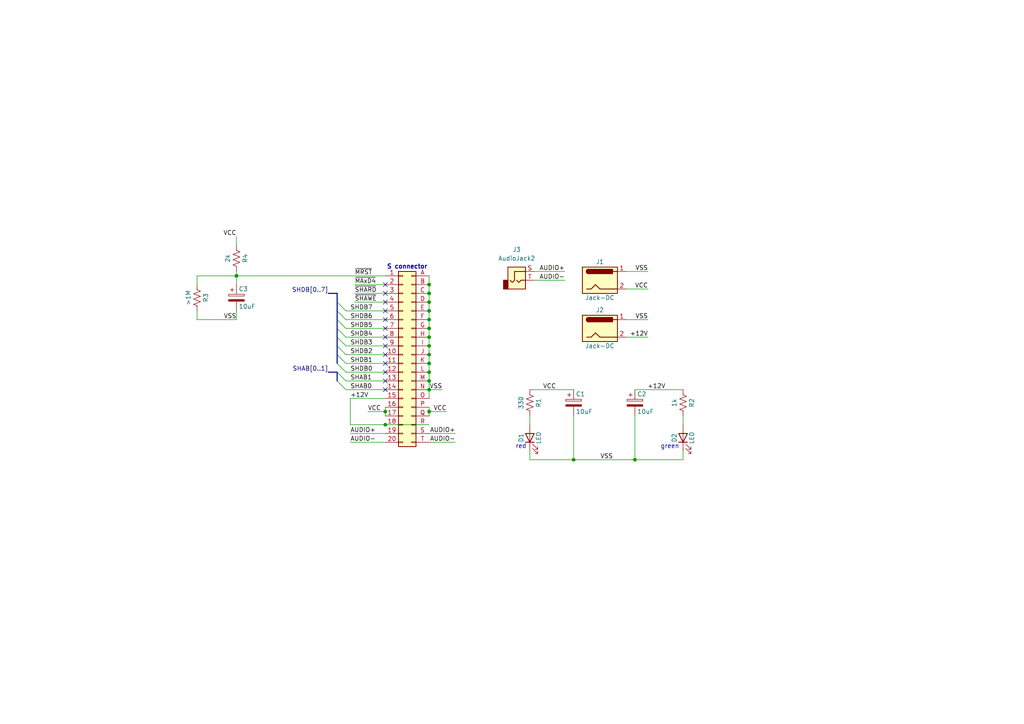
<source format=kicad_sch>
(kicad_sch (version 20231120) (generator "eeschema") (generator_version "8.0")
  (paper "A4")
  (title_block (title "Sound board power") (rev "1") (company "JOTEGO"))
  (lib_symbols
    (symbol "Connector:Jack-DC" (pin_names (offset 1.016))
      (property "Reference" "J" (at 0 5.334 0))
      (property "Value" "Jack-DC" (at 0 -5.08 0))
      (symbol "Jack-DC_0_1"
        (rectangle (start -5.08 3.81) (end 5.08 -3.81) (stroke (width 0.254)) (fill (type background)))
        (arc (start -3.302 3.175) (mid -3.9343 2.54) (end -3.302 1.905) (stroke (width 0.254)))
        (arc (start -3.302 3.175) (mid -3.9343 2.54) (end -3.302 1.905) (stroke (width 0.254)) (fill (type outline)))
        (polyline (pts (xy 5.08 2.54) (xy 3.81 2.54)) (stroke (width 0.254)))
        (polyline (pts (xy -3.81 -2.54) (xy -2.54 -2.54) (xy -1.27 -1.27) (xy 0 -2.54) (xy 2.54 -2.54) (xy 5.08 -2.54)) (stroke (width 0.254)))
        (rectangle (start 3.683 3.175) (end -3.302 1.905) (stroke (width 0.254)) (fill (type outline)))
      )
      (symbol "Jack-DC_1_1"
        (pin passive line (at 7.62 2.54 180) (length 2.54) (name "~") (number "1"))
        (pin passive line (at 7.62 -2.54 180) (length 2.54) (name "~") (number "2"))
      )
    )
    (symbol "Connector_Audio:AudioJack2"
      (property "Reference" "J" (at 0 8.89 0))
      (property "Value" "AudioJack2" (at 0 6.35 0))
      (symbol "AudioJack2_0_1"
        (rectangle (start -3.81 0) (end -2.54 -2.54) (stroke (width 0.254)) (fill (type outline)))
        (rectangle (start -2.54 3.81) (end 2.54 -2.54) (stroke (width 0.254)) (fill (type background)))
        (polyline (pts (xy 0 0) (xy 0.635 -0.635) (xy 1.27 0) (xy 2.54 0)) (stroke (width 0.254)))
        (polyline (pts (xy 2.54 2.54) (xy -0.635 2.54) (xy -0.635 0) (xy -1.27 -0.635) (xy -1.905 0)) (stroke (width 0.254)))
      )
      (symbol "AudioJack2_1_1"
        (pin passive line (at 5.08 2.54 180) (length 2.54) (name "~") (number "S"))
        (pin passive line (at 5.08 0 180) (length 2.54) (name "~") (number "T"))
      )
    )
    (symbol "Device:C_Polarized" (pin_numbers hide) (pin_names (offset 0.254))
      (property "Reference" "C" (at 0.635 2.54 0))
      (property "Value" "C_Polarized" (at 0.635 -2.54 0))
      (symbol "C_Polarized_0_1"
        (rectangle (start -2.286 0.508) (end 2.286 1.016))
        (polyline (pts (xy -1.778 2.286) (xy -0.762 2.286)))
        (polyline (pts (xy -1.27 2.794) (xy -1.27 1.778)))
        (rectangle (start 2.286 -0.508) (end -2.286 -1.016) (fill (type outline)))
      )
      (symbol "C_Polarized_1_1"
        (pin passive line (at 0 3.81 270) (length 2.794) (name "~") (number "1"))
        (pin passive line (at 0 -3.81 90) (length 2.794) (name "~") (number "2"))
      )
    )
    (symbol "Device:LED" (pin_numbers hide) (pin_names (offset 1.016) hide)
      (property "Reference" "D" (at 0 2.54 0))
      (property "Value" "LED" (at 0 -2.54 0))
      (symbol "LED_0_1"
        (polyline (pts (xy -1.27 -1.27) (xy -1.27 1.27)) (stroke (width 0.254)))
        (polyline (pts (xy -1.27 0) (xy 1.27 0)))
        (polyline (pts (xy 1.27 -1.27) (xy 1.27 1.27) (xy -1.27 0) (xy 1.27 -1.27)) (stroke (width 0.254)))
        (polyline (pts (xy -3.048 -0.762) (xy -4.572 -2.286) (xy -3.81 -2.286) (xy -4.572 -2.286) (xy -4.572 -1.524)))
        (polyline (pts (xy -1.778 -0.762) (xy -3.302 -2.286) (xy -2.54 -2.286) (xy -3.302 -2.286) (xy -3.302 -1.524)))
      )
      (symbol "LED_1_1"
        (pin passive line (at -3.81 0 0) (length 2.54) (name "K") (number "1"))
        (pin passive line (at 3.81 0 180) (length 2.54) (name "A") (number "2"))
      )
    )
    (symbol "Device:R_US" (pin_numbers hide) (pin_names (offset 0))
      (property "Reference" "R" (at 2.54 0 90))
      (property "Value" "R_US" (at -2.54 0 90))
      (symbol "R_US_0_1"
        (polyline (pts (xy 0 -2.286) (xy 0 -2.54)))
        (polyline (pts (xy 0 2.286) (xy 0 2.54)))
        (polyline (pts (xy 0 -0.762) (xy 1.016 -1.143) (xy 0 -1.524) (xy -1.016 -1.905) (xy 0 -2.286)))
        (polyline (pts (xy 0 0.762) (xy 1.016 0.381) (xy 0 0) (xy -1.016 -0.381) (xy 0 -0.762)))
        (polyline (pts (xy 0 2.286) (xy 1.016 1.905) (xy 0 1.524) (xy -1.016 1.143) (xy 0 0.762)))
      )
      (symbol "R_US_1_1"
        (pin passive line (at 0 3.81 270) (length 1.27) (name "~") (number "1"))
        (pin passive line (at 0 -3.81 90) (length 1.27) (name "~") (number "2"))
      )
    )
    (symbol "arcade:Conn_02x20_Letter_Number" (pin_names (offset 1.016) hide)
      (property "Reference" "J" (at 2.54 26.67 0))
      (property "Value" "Conn_02x20_Letter_Number" (at 0 -26.67 0))
      (symbol "Conn_02x20_Letter_Number_1_1"
        (rectangle (start -2.54 -24.003) (end -1.27 -24.257) (stroke (width 0.1524)))
        (rectangle (start -2.54 -21.463) (end -1.27 -21.717) (stroke (width 0.1524)))
        (rectangle (start -2.54 -18.923) (end -1.27 -19.177) (stroke (width 0.1524)))
        (rectangle (start -2.54 -16.383) (end -1.27 -16.637) (stroke (width 0.1524)))
        (rectangle (start -2.54 -13.843) (end -1.27 -14.097) (stroke (width 0.1524)))
        (rectangle (start -2.54 -11.303) (end -1.27 -11.557) (stroke (width 0.1524)))
        (rectangle (start -2.54 -8.763) (end -1.27 -9.017) (stroke (width 0.1524)))
        (rectangle (start -2.54 -6.223) (end -1.27 -6.477) (stroke (width 0.1524)))
        (rectangle (start -2.54 -3.683) (end -1.27 -3.937) (stroke (width 0.1524)))
        (rectangle (start -2.54 -1.143) (end -1.27 -1.397) (stroke (width 0.1524)))
        (rectangle (start -2.54 1.397) (end -1.27 1.143) (stroke (width 0.1524)))
        (rectangle (start -2.54 3.937) (end -1.27 3.683) (stroke (width 0.1524)))
        (rectangle (start -2.54 6.477) (end -1.27 6.223) (stroke (width 0.1524)))
        (rectangle (start -2.54 9.017) (end -1.27 8.763) (stroke (width 0.1524)))
        (rectangle (start -2.54 11.557) (end -1.27 11.303) (stroke (width 0.1524)))
        (rectangle (start -2.54 14.097) (end -1.27 13.843) (stroke (width 0.1524)))
        (rectangle (start -2.54 16.637) (end -1.27 16.383) (stroke (width 0.1524)))
        (rectangle (start -2.54 19.177) (end -1.27 18.923) (stroke (width 0.1524)))
        (rectangle (start -2.54 21.717) (end -1.27 21.463) (stroke (width 0.1524)))
        (rectangle (start -2.54 24.257) (end -1.27 24.003) (stroke (width 0.1524)))
        (rectangle (start -2.54 25.4) (end 2.54 -25.4) (stroke (width 0.254)) (fill (type background)))
        (rectangle (start 2.54 -24.003) (end 1.27 -24.257) (stroke (width 0.1524)))
        (rectangle (start 2.54 -21.463) (end 1.27 -21.717) (stroke (width 0.1524)))
        (rectangle (start 2.54 -18.923) (end 1.27 -19.177) (stroke (width 0.1524)))
        (rectangle (start 2.54 -16.383) (end 1.27 -16.637) (stroke (width 0.1524)))
        (rectangle (start 2.54 -13.843) (end 1.27 -14.097) (stroke (width 0.1524)))
        (rectangle (start 2.54 -11.303) (end 1.27 -11.557) (stroke (width 0.1524)))
        (rectangle (start 2.54 -8.763) (end 1.27 -9.017) (stroke (width 0.1524)))
        (rectangle (start 2.54 -6.223) (end 1.27 -6.477) (stroke (width 0.1524)))
        (rectangle (start 2.54 -3.683) (end 1.27 -3.937) (stroke (width 0.1524)))
        (rectangle (start 2.54 -1.143) (end 1.27 -1.397) (stroke (width 0.1524)))
        (rectangle (start 2.54 1.397) (end 1.27 1.143) (stroke (width 0.1524)))
        (rectangle (start 2.54 3.937) (end 1.27 3.683) (stroke (width 0.1524)))
        (rectangle (start 2.54 6.477) (end 1.27 6.223) (stroke (width 0.1524)))
        (rectangle (start 2.54 9.017) (end 1.27 8.763) (stroke (width 0.1524)))
        (rectangle (start 2.54 11.557) (end 1.27 11.303) (stroke (width 0.1524)))
        (rectangle (start 2.54 14.097) (end 1.27 13.843) (stroke (width 0.1524)))
        (rectangle (start 2.54 16.637) (end 1.27 16.383) (stroke (width 0.1524)))
        (rectangle (start 2.54 19.177) (end 1.27 18.923) (stroke (width 0.1524)))
        (rectangle (start 2.54 21.717) (end 1.27 21.463) (stroke (width 0.1524)))
        (rectangle (start 2.54 24.257) (end 1.27 24.003) (stroke (width 0.1524)))
        (pin passive line (at -6.35 24.13 0) (length 3.81) (name "Pin_1") (number "1"))
        (pin passive line (at -6.35 1.27 0) (length 3.81) (name "Pin_10") (number "10"))
        (pin passive line (at -6.35 -1.27 0) (length 3.81) (name "Pin_11") (number "11"))
        (pin passive line (at -6.35 -3.81 0) (length 3.81) (name "Pin_12") (number "12"))
        (pin passive line (at -6.35 -6.35 0) (length 3.81) (name "Pin_13") (number "13"))
        (pin passive line (at -6.35 -8.89 0) (length 3.81) (name "Pin_14") (number "14"))
        (pin passive line (at -6.35 -11.43 0) (length 3.81) (name "Pin_15") (number "15"))
        (pin passive line (at -6.35 -13.97 0) (length 3.81) (name "Pin_16") (number "16"))
        (pin passive line (at -6.35 -16.51 0) (length 3.81) (name "Pin_17") (number "17"))
        (pin passive line (at -6.35 -19.05 0) (length 3.81) (name "Pin_18") (number "18"))
        (pin passive line (at -6.35 -21.59 0) (length 3.81) (name "Pin_19") (number "19"))
        (pin passive line (at -6.35 21.59 0) (length 3.81) (name "Pin_2") (number "2"))
        (pin passive line (at -6.35 -24.13 0) (length 3.81) (name "Pin_20") (number "20"))
        (pin passive line (at -6.35 19.05 0) (length 3.81) (name "Pin_3") (number "3"))
        (pin passive line (at -6.35 16.51 0) (length 3.81) (name "Pin_4") (number "4"))
        (pin passive line (at -6.35 13.97 0) (length 3.81) (name "Pin_5") (number "5"))
        (pin passive line (at -6.35 11.43 0) (length 3.81) (name "Pin_6") (number "6"))
        (pin passive line (at -6.35 8.89 0) (length 3.81) (name "Pin_7") (number "7"))
        (pin passive line (at -6.35 6.35 0) (length 3.81) (name "Pin_8") (number "8"))
        (pin passive line (at -6.35 3.81 0) (length 3.81) (name "Pin_9") (number "9"))
        (pin passive line (at 6.35 24.13 180) (length 3.81) (name "Pin_50") (number "A"))
        (pin passive line (at 6.35 21.59 180) (length 3.81) (name "Pin_49") (number "B"))
        (pin passive line (at 6.35 19.05 180) (length 3.81) (name "Pin_48") (number "C"))
        (pin passive line (at 6.35 16.51 180) (length 3.81) (name "Pin_47") (number "D"))
        (pin passive line (at 6.35 13.97 180) (length 3.81) (name "Pin_46") (number "E"))
        (pin passive line (at 6.35 11.43 180) (length 3.81) (name "Pin_45") (number "F"))
        (pin passive line (at 6.35 8.89 180) (length 3.81) (name "Pin_44") (number "G"))
        (pin passive line (at 6.35 6.35 180) (length 3.81) (name "Pin_43") (number "H"))
        (pin passive line (at 6.35 3.81 180) (length 3.81) (name "Pin_42") (number "I"))
        (pin passive line (at 6.35 1.27 180) (length 3.81) (name "Pin_41") (number "J"))
        (pin passive line (at 6.35 -1.27 180) (length 3.81) (name "Pin_40") (number "K"))
        (pin passive line (at 6.35 -3.81 180) (length 3.81) (name "Pin_39") (number "L"))
        (pin passive line (at 6.35 -6.35 180) (length 3.81) (name "Pin_M") (number "M"))
        (pin passive line (at 6.35 -8.89 180) (length 3.81) (name "Pin_N") (number "N"))
        (pin passive line (at 6.35 -11.43 180) (length 3.81) (name "Pin_O") (number "O"))
        (pin passive line (at 6.35 -13.97 180) (length 3.81) (name "Pin_P") (number "P"))
        (pin passive line (at 6.35 -16.51 180) (length 3.81) (name "Pin_Q") (number "Q"))
        (pin passive line (at 6.35 -19.05 180) (length 3.81) (name "Pin_R") (number "R"))
        (pin passive line (at 6.35 -21.59 180) (length 3.81) (name "Pin_S") (number "S"))
        (pin passive line (at 6.35 -24.13 180) (length 3.81) (name "Pin_T") (number "T"))
      )
    )
  )
  (junction (at 124.46 113.03))
  (junction (at 68.58 80.01))
  (junction (at 124.46 100.33))
  (junction (at 124.46 119.38))
  (junction (at 124.46 107.95))
  (junction (at 124.46 90.17))
  (junction (at 124.46 92.71))
  (junction (at 124.46 82.55))
  (junction (at 124.46 110.49))
  (junction (at 111.76 119.38))
  (junction (at 184.15 133.35))
  (junction (at 124.46 87.63))
  (junction (at 166.37 133.35))
  (junction (at 111.76 123.19))
  (junction (at 124.46 85.09))
  (junction (at 124.46 95.25))
  (junction (at 124.46 97.79))
  (junction (at 124.46 102.87))
  (junction (at 124.46 105.41))
  (no_connect (at 111.76 90.17))
  (no_connect (at 111.76 82.55))
  (no_connect (at 111.76 87.63))
  (no_connect (at 111.76 110.49))
  (no_connect (at 111.76 102.87))
  (no_connect (at 111.76 97.79))
  (no_connect (at 111.76 92.71))
  (no_connect (at 111.76 107.95))
  (no_connect (at 111.76 85.09))
  (no_connect (at 111.76 100.33))
  (no_connect (at 111.76 113.03))
  (no_connect (at 111.76 95.25))
  (no_connect (at 111.76 105.41))
  (bus_entry (at 97.79 102.87) (size 2.54 2.54))
  (bus_entry (at 97.79 107.95) (size 2.54 2.54))
  (bus_entry (at 97.79 90.17) (size 2.54 2.54))
  (bus_entry (at 97.79 87.63) (size 2.54 2.54))
  (bus_entry (at 97.79 97.79) (size 2.54 2.54))
  (bus_entry (at 97.79 105.41) (size 2.54 2.54))
  (bus_entry (at 97.79 92.71) (size 2.54 2.54))
  (bus_entry (at 97.79 110.49) (size 2.54 2.54))
  (bus_entry (at 97.79 95.25) (size 2.54 2.54))
  (bus_entry (at 97.79 100.33) (size 2.54 2.54))
  (bus (pts (xy 95.25 107.95) (xy 97.79 107.95)))
  (wire (pts (xy 124.46 118.11) (xy 124.46 119.38)))
  (wire (pts (xy 102.87 82.55) (xy 111.76 82.55)))
  (bus (pts (xy 97.79 110.49) (xy 97.79 107.95)))
  (wire (pts (xy 124.46 90.17) (xy 124.46 92.71)))
  (wire (pts (xy 181.61 92.71) (xy 187.96 92.71)))
  (wire (pts (xy 100.33 95.25) (xy 111.76 95.25)))
  (wire (pts (xy 100.33 113.03) (xy 111.76 113.03)))
  (wire (pts (xy 124.46 85.09) (xy 124.46 87.63)))
  (wire (pts (xy 124.46 113.03) (xy 124.46 115.57)))
  (wire (pts (xy 198.12 120.65) (xy 198.12 123.19)))
  (wire (pts (xy 181.61 78.74) (xy 187.96 78.74)))
  (wire (pts (xy 100.33 92.71) (xy 111.76 92.71)))
  (wire (pts (xy 124.46 95.25) (xy 124.46 97.79)))
  (wire (pts (xy 124.46 119.38) (xy 129.54 119.38)))
  (wire (pts (xy 181.61 83.82) (xy 187.96 83.82)))
  (bus (pts (xy 97.79 100.33) (xy 97.79 97.79)))
  (wire (pts (xy 101.6 115.57) (xy 101.6 123.19)))
  (wire (pts (xy 153.67 133.35) (xy 166.37 133.35)))
  (wire (pts (xy 68.58 90.17) (xy 68.58 92.71)))
  (wire (pts (xy 57.15 90.17) (xy 57.15 92.71)))
  (wire (pts (xy 57.15 92.71) (xy 68.58 92.71)))
  (wire (pts (xy 124.46 87.63) (xy 124.46 90.17)))
  (bus (pts (xy 95.25 85.09) (xy 97.79 85.09)))
  (wire (pts (xy 166.37 133.35) (xy 184.15 133.35)))
  (bus (pts (xy 97.79 92.71) (xy 97.79 90.17)))
  (wire (pts (xy 102.87 85.09) (xy 111.76 85.09)))
  (wire (pts (xy 153.67 120.65) (xy 153.67 123.19)))
  (wire (pts (xy 154.94 78.74) (xy 163.83 78.74)))
  (wire (pts (xy 57.15 82.55) (xy 57.15 80.01)))
  (wire (pts (xy 68.58 68.58) (xy 68.58 71.12)))
  (wire (pts (xy 124.46 102.87) (xy 124.46 105.41)))
  (wire (pts (xy 124.46 82.55) (xy 124.46 85.09)))
  (wire (pts (xy 166.37 120.65) (xy 166.37 133.35)))
  (wire (pts (xy 181.61 97.79) (xy 187.96 97.79)))
  (wire (pts (xy 68.58 80.01) (xy 111.76 80.01)))
  (wire (pts (xy 101.6 125.73) (xy 111.76 125.73)))
  (wire (pts (xy 124.46 113.03) (xy 128.27 113.03)))
  (wire (pts (xy 111.76 123.19) (xy 124.46 123.19)))
  (wire (pts (xy 124.46 110.49) (xy 124.46 113.03)))
  (wire (pts (xy 57.15 80.01) (xy 68.58 80.01)))
  (wire (pts (xy 101.6 128.27) (xy 111.76 128.27)))
  (bus (pts (xy 97.79 90.17) (xy 97.79 87.63)))
  (wire (pts (xy 68.58 80.01) (xy 68.58 78.74)))
  (wire (pts (xy 100.33 100.33) (xy 111.76 100.33)))
  (wire (pts (xy 111.76 118.11) (xy 111.76 119.38)))
  (wire (pts (xy 124.46 100.33) (xy 124.46 102.87)))
  (wire (pts (xy 184.15 113.03) (xy 198.12 113.03)))
  (wire (pts (xy 184.15 120.65) (xy 184.15 133.35)))
  (wire (pts (xy 111.76 119.38) (xy 111.76 120.65)))
  (wire (pts (xy 153.67 130.81) (xy 153.67 133.35)))
  (wire (pts (xy 124.46 128.27) (xy 132.08 128.27)))
  (bus (pts (xy 97.79 87.63) (xy 97.79 85.09)))
  (wire (pts (xy 124.46 97.79) (xy 124.46 100.33)))
  (wire (pts (xy 124.46 125.73) (xy 132.08 125.73)))
  (wire (pts (xy 124.46 105.41) (xy 124.46 107.95)))
  (wire (pts (xy 198.12 130.81) (xy 198.12 133.35)))
  (wire (pts (xy 68.58 82.55) (xy 68.58 80.01)))
  (wire (pts (xy 100.33 90.17) (xy 111.76 90.17)))
  (wire (pts (xy 111.76 119.38) (xy 106.68 119.38)))
  (wire (pts (xy 124.46 92.71) (xy 124.46 95.25)))
  (wire (pts (xy 100.33 102.87) (xy 111.76 102.87)))
  (wire (pts (xy 124.46 107.95) (xy 124.46 110.49)))
  (bus (pts (xy 97.79 105.41) (xy 97.79 102.87)))
  (wire (pts (xy 100.33 105.41) (xy 111.76 105.41)))
  (wire (pts (xy 100.33 107.95) (xy 111.76 107.95)))
  (wire (pts (xy 101.6 115.57) (xy 111.76 115.57)))
  (wire (pts (xy 100.33 97.79) (xy 111.76 97.79)))
  (wire (pts (xy 101.6 123.19) (xy 111.76 123.19)))
  (wire (pts (xy 153.67 113.03) (xy 166.37 113.03)))
  (bus (pts (xy 97.79 97.79) (xy 97.79 95.25)))
  (bus (pts (xy 97.79 95.25) (xy 97.79 92.71)))
  (wire (pts (xy 100.33 110.49) (xy 111.76 110.49)))
  (bus (pts (xy 97.79 102.87) (xy 97.79 100.33)))
  (wire (pts (xy 102.87 87.63) (xy 111.76 87.63)))
  (wire (pts (xy 154.94 81.28) (xy 163.83 81.28)))
  (wire (pts (xy 124.46 119.38) (xy 124.46 120.65)))
  (wire (pts (xy 184.15 133.35) (xy 198.12 133.35)))
  (wire (pts (xy 124.46 80.01) (xy 124.46 82.55)))
  (text "S connector" (at 118.11 77.47 0) (effects (font (size 1.27 1.27) (thickness 0.254) (bold yes))))
  (text "red" (at 151.13 129.54 0) (effects (font (size 1.27 1.27))))
  (text "green" (at 194.31 129.54 0) (effects (font (size 1.27 1.27))))
  (label "~{MRST}" (at 102.87 80.01 0))
  (label "VSS" (at 128.27 113.03 180))
  (label "~{MAxD4}" (at 102.87 82.55 0))
  (label "SHDB2" (at 101.6 102.87 0))
  (label "SHAB0" (at 101.6 113.03 0))
  (label "SHDB7" (at 101.6 90.17 0))
  (label "VCC" (at 129.54 119.38 180))
  (label "VSS" (at 68.58 92.71 180))
  (label "SHDB4" (at 101.6 97.79 0))
  (label "AUDIO-" (at 163.83 81.28 180))
  (label "SHAB[0..1]" (at 95.25 107.95 180))
  (label "VSS" (at 177.8 133.35 180))
  (label "VCC" (at 106.68 119.38 0))
  (label "VCC" (at 68.58 68.58 180))
  (label "SHDB0" (at 101.6 107.95 0))
  (label "~{SHAWE}" (at 102.87 87.63 0))
  (label "+12V" (at 101.6 115.57 0))
  (label "+12V" (at 187.96 97.79 180) (effects (font (thickness 0.1588))))
  (label "AUDIO-" (at 101.6 128.27 0))
  (label "VCC" (at 161.29 113.03 180))
  (label "SHDB[0..7]" (at 95.25 85.09 180))
  (label "VSS" (at 187.96 92.71 180) (effects (font (thickness 0.1588))))
  (label "AUDIO-" (at 132.08 128.27 180))
  (label "SHDB3" (at 101.6 100.33 0))
  (label "SHAB1" (at 101.6 110.49 0))
  (label "SHDB6" (at 101.6 92.71 0))
  (label "~{SHARD}" (at 102.87 85.09 0))
  (label "SHDB5" (at 101.6 95.25 0))
  (label "AUDIO+" (at 101.6 125.73 0))
  (label "AUDIO+" (at 132.08 125.73 180))
  (label "VCC" (at 187.96 83.82 180) (effects (font (thickness 0.1588))))
  (label "SHDB1" (at 101.6 105.41 0))
  (label "AUDIO+" (at 163.83 78.74 180))
  (label "+12V" (at 193.04 113.03 180))
  (label "VSS" (at 187.96 78.74 180) (effects (font (thickness 0.1588))))
  (symbol (lib_id "Connector:Jack-DC") (at 173.99 81.28 0) (unit 1)
    (property "Reference" "J1" (at 173.99 75.946 0))
    (property "Value" "Jack-DC" (at 173.99 86.36 0))
    (property "Description" "DC Barrel Jack" (effects (hide yes)))
  )
  (symbol (lib_id "Device:R_US") (at 198.12 116.84 0) (unit 1)
    (property "Reference" "R2" (at 200.66 116.84 90))
    (property "Value" "1k" (at 195.58 116.84 90))
    (property "Description" "Resistor, US symbol" (effects (hide yes)))
  )
  (symbol (lib_id "Device:C_Polarized") (at 68.58 86.36 0) (unit 1)
    (property "Reference" "C3" (at 69.215 83.82 0) (effects (justify left)))
    (property "Value" "10uF" (at 69.215 88.9 0) (effects (justify left)))
    (property "Description" "Polarized capacitor" (effects (hide yes)))
  )
  (symbol (lib_id "Connector:Jack-DC") (at 173.99 95.25 0) (unit 1)
    (property "Reference" "J2" (at 173.99 89.916 0))
    (property "Value" "Jack-DC" (at 173.99 100.33 0))
    (property "Description" "DC Barrel Jack" (effects (hide yes)))
  )
  (symbol (lib_id "Device:R_US") (at 68.58 74.93 0) (unit 1)
    (property "Reference" "R4" (at 71.12 74.93 90))
    (property "Value" "2k" (at 66.04 74.93 90))
    (property "Description" "Resistor, US symbol" (effects (hide yes)))
  )
  (symbol (lib_id "Device:C_Polarized") (at 166.37 116.84 0) (unit 1)
    (property "Reference" "C1" (at 167.005 114.3 0) (effects (justify left)))
    (property "Value" "10uF" (at 167.005 119.38 0) (effects (justify left)))
    (property "Description" "Polarized capacitor" (effects (hide yes)))
  )
  (symbol (lib_id "Device:LED") (at 198.12 127 90) (unit 1)
    (property "Reference" "D2" (at 195.58 127 0))
    (property "Value" "LED" (at 200.66 127 0))
    (property "Description" "Light emitting diode" (effects (hide yes)))
  )
  (symbol (lib_id "Device:LED") (at 153.67 127 90) (unit 1)
    (property "Reference" "D1" (at 151.13 127 0))
    (property "Value" "LED" (at 156.21 127 0))
    (property "Description" "Light emitting diode" (effects (hide yes)))
  )
  (symbol (lib_id "Device:R_US") (at 153.67 116.84 0) (unit 1)
    (property "Reference" "R1" (at 156.21 116.84 90))
    (property "Value" "330" (at 151.13 116.84 90))
    (property "Description" "Resistor, US symbol" (effects (hide yes)))
  )
  (symbol (lib_id "arcade:Conn_02x20_Letter_Number") (at 118.11 104.14 0) (unit 1)
    (property "Reference" "SC0" (effects (hide yes)))
    (property "Value" "Conn_02x20_Letter_Number" (effects (hide yes)))
    (property "Description" "Generic connector, double row, 02x25, counter clockwise pin numbering scheme (similar to DIP package numbering), script generated (kicad-library-utils/schlib/autogen/connector/)" (effects (hide yes)))
  )
  (symbol (lib_id "Connector_Audio:AudioJack2") (at 149.86 81.28 0) (unit 1)
    (property "Reference" "J3" (at 149.86 72.39 0))
    (property "Value" "AudioJack2" (at 149.86 74.93 0))
    (property "Description" "Audio Jack, 2 Poles (Mono / TS)" (effects (hide yes)))
  )
  (symbol (lib_id "Device:R_US") (at 57.15 86.36 0) (unit 1)
    (property "Reference" "R3" (at 59.69 86.36 90))
    (property "Value" ">1M" (at 54.61 86.36 90))
    (property "Description" "Resistor, US symbol" (effects (hide yes)))
  )
  (symbol (lib_id "Device:C_Polarized") (at 184.15 116.84 0) (unit 1)
    (property "Reference" "C2" (at 184.785 114.3 0) (effects (justify left)))
    (property "Value" "10uF" (at 184.785 119.38 0) (effects (justify left)))
    (property "Description" "Polarized capacitor" (effects (hide yes)))
  )
)
</source>
